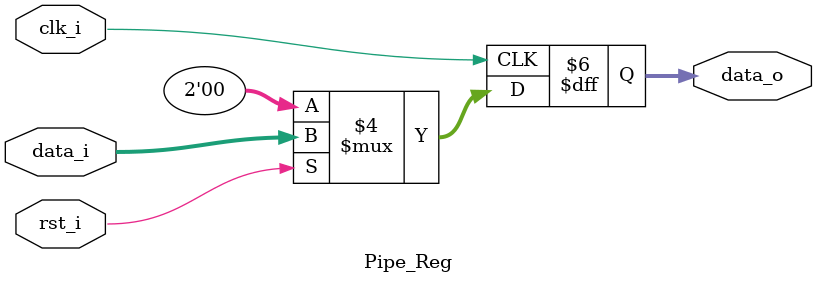
<source format=v>
`timescale 1ns / 1ps
module Pipe_Reg(
    clk_i,
    rst_i,
    data_i,
    data_o
    );
					
parameter size = 0;

input   clk_i;		  
input   rst_i;
input   [size-1:0] data_i;
output reg  [size-1:0] data_o;
	  
always@(posedge clk_i) begin
    if(~rst_i)
        data_o <= 0;
    else
        data_o <= data_i;
end

endmodule	
</source>
